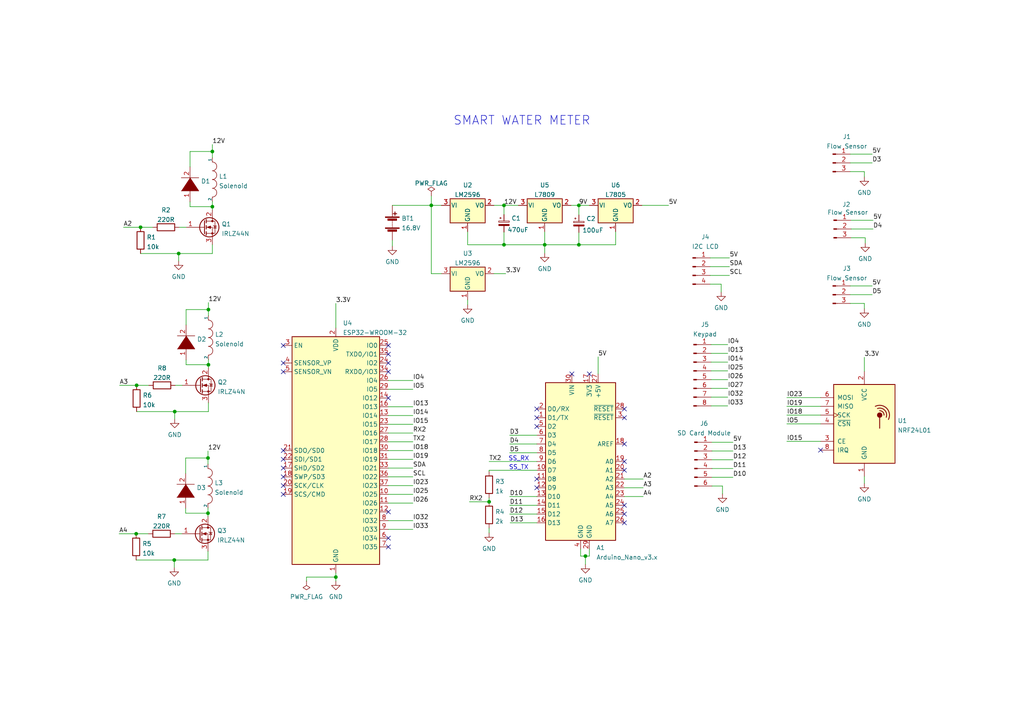
<source format=kicad_sch>
(kicad_sch (version 20211123) (generator eeschema)
  (paper "A4")
  (lib_symbols
    (symbol "Connector:Conn_01x03_Male" (pin_names (offset 1.016) hide)
      (property "Reference" "J" (at 0 5.08 0))
      (property "Value" "Conn_01x03_Male" (at 0 -5.08 0))
      (symbol "Conn_01x03_Male_1_1"
        (polyline (pts (xy 1.27 -2.54) (xy 0.8636 -2.54)) (stroke (width 0.1524)))
        (polyline (pts (xy 1.27 0) (xy 0.8636 0)) (stroke (width 0.1524)))
        (polyline (pts (xy 1.27 2.54) (xy 0.8636 2.54)) (stroke (width 0.1524)))
        (rectangle (start 0.8636 -2.413) (end 0 -2.667) (stroke (width 0.1524)) (fill (type outline)))
        (rectangle (start 0.8636 0.127) (end 0 -0.127) (stroke (width 0.1524)) (fill (type outline)))
        (rectangle (start 0.8636 2.667) (end 0 2.413) (stroke (width 0.1524)) (fill (type outline)))
        (pin passive line (at 5.08 2.54 180) (length 3.81) (name "Pin_1") (number "1"))
        (pin passive line (at 5.08 0 180) (length 3.81) (name "Pin_2") (number "2"))
        (pin passive line (at 5.08 -2.54 180) (length 3.81) (name "Pin_3") (number "3"))
      )
    )
    (symbol "Connector:Conn_01x04_Male" (pin_names (offset 1.016) hide)
      (property "Reference" "J" (at 0 5.08 0))
      (property "Value" "Conn_01x04_Male" (at 0 -7.62 0))
      (symbol "Conn_01x04_Male_1_1"
        (polyline (pts (xy 1.27 -5.08) (xy 0.8636 -5.08)) (stroke (width 0.1524)))
        (polyline (pts (xy 1.27 -2.54) (xy 0.8636 -2.54)) (stroke (width 0.1524)))
        (polyline (pts (xy 1.27 0) (xy 0.8636 0)) (stroke (width 0.1524)))
        (polyline (pts (xy 1.27 2.54) (xy 0.8636 2.54)) (stroke (width 0.1524)))
        (rectangle (start 0.8636 -4.953) (end 0 -5.207) (stroke (width 0.1524)) (fill (type outline)))
        (rectangle (start 0.8636 -2.413) (end 0 -2.667) (stroke (width 0.1524)) (fill (type outline)))
        (rectangle (start 0.8636 0.127) (end 0 -0.127) (stroke (width 0.1524)) (fill (type outline)))
        (rectangle (start 0.8636 2.667) (end 0 2.413) (stroke (width 0.1524)) (fill (type outline)))
        (pin passive line (at 5.08 2.54 180) (length 3.81) (name "Pin_1") (number "1"))
        (pin passive line (at 5.08 0 180) (length 3.81) (name "Pin_2") (number "2"))
        (pin passive line (at 5.08 -2.54 180) (length 3.81) (name "Pin_3") (number "3"))
        (pin passive line (at 5.08 -5.08 180) (length 3.81) (name "Pin_4") (number "4"))
      )
    )
    (symbol "Connector:Conn_01x06_Male" (pin_names (offset 1.016) hide)
      (property "Reference" "J" (at 0 7.62 0))
      (property "Value" "Conn_01x06_Male" (at 0 -10.16 0))
      (symbol "Conn_01x06_Male_1_1"
        (polyline (pts (xy 1.27 -7.62) (xy 0.8636 -7.62)) (stroke (width 0.1524)))
        (polyline (pts (xy 1.27 -5.08) (xy 0.8636 -5.08)) (stroke (width 0.1524)))
        (polyline (pts (xy 1.27 -2.54) (xy 0.8636 -2.54)) (stroke (width 0.1524)))
        (polyline (pts (xy 1.27 0) (xy 0.8636 0)) (stroke (width 0.1524)))
        (polyline (pts (xy 1.27 2.54) (xy 0.8636 2.54)) (stroke (width 0.1524)))
        (polyline (pts (xy 1.27 5.08) (xy 0.8636 5.08)) (stroke (width 0.1524)))
        (rectangle (start 0.8636 -7.493) (end 0 -7.747) (stroke (width 0.1524)) (fill (type outline)))
        (rectangle (start 0.8636 -4.953) (end 0 -5.207) (stroke (width 0.1524)) (fill (type outline)))
        (rectangle (start 0.8636 -2.413) (end 0 -2.667) (stroke (width 0.1524)) (fill (type outline)))
        (rectangle (start 0.8636 0.127) (end 0 -0.127) (stroke (width 0.1524)) (fill (type outline)))
        (rectangle (start 0.8636 2.667) (end 0 2.413) (stroke (width 0.1524)) (fill (type outline)))
        (rectangle (start 0.8636 5.207) (end 0 4.953) (stroke (width 0.1524)) (fill (type outline)))
        (pin passive line (at 5.08 5.08 180) (length 3.81) (name "Pin_1") (number "1"))
        (pin passive line (at 5.08 2.54 180) (length 3.81) (name "Pin_2") (number "2"))
        (pin passive line (at 5.08 0 180) (length 3.81) (name "Pin_3") (number "3"))
        (pin passive line (at 5.08 -2.54 180) (length 3.81) (name "Pin_4") (number "4"))
        (pin passive line (at 5.08 -5.08 180) (length 3.81) (name "Pin_5") (number "5"))
        (pin passive line (at 5.08 -7.62 180) (length 3.81) (name "Pin_6") (number "6"))
      )
    )
    (symbol "Connector:Conn_01x08_Male" (pin_names (offset 1.016) hide)
      (property "Reference" "J" (at 0 10.16 0))
      (property "Value" "Conn_01x08_Male" (at 0 -12.7 0))
      (symbol "Conn_01x08_Male_1_1"
        (polyline (pts (xy 1.27 -10.16) (xy 0.8636 -10.16)) (stroke (width 0.1524)))
        (polyline (pts (xy 1.27 -7.62) (xy 0.8636 -7.62)) (stroke (width 0.1524)))
        (polyline (pts (xy 1.27 -5.08) (xy 0.8636 -5.08)) (stroke (width 0.1524)))
        (polyline (pts (xy 1.27 -2.54) (xy 0.8636 -2.54)) (stroke (width 0.1524)))
        (polyline (pts (xy 1.27 0) (xy 0.8636 0)) (stroke (width 0.1524)))
        (polyline (pts (xy 1.27 2.54) (xy 0.8636 2.54)) (stroke (width 0.1524)))
        (polyline (pts (xy 1.27 5.08) (xy 0.8636 5.08)) (stroke (width 0.1524)))
        (polyline (pts (xy 1.27 7.62) (xy 0.8636 7.62)) (stroke (width 0.1524)))
        (rectangle (start 0.8636 -10.033) (end 0 -10.287) (stroke (width 0.1524)) (fill (type outline)))
        (rectangle (start 0.8636 -7.493) (end 0 -7.747) (stroke (width 0.1524)) (fill (type outline)))
        (rectangle (start 0.8636 -4.953) (end 0 -5.207) (stroke (width 0.1524)) (fill (type outline)))
        (rectangle (start 0.8636 -2.413) (end 0 -2.667) (stroke (width 0.1524)) (fill (type outline)))
        (rectangle (start 0.8636 0.127) (end 0 -0.127) (stroke (width 0.1524)) (fill (type outline)))
        (rectangle (start 0.8636 2.667) (end 0 2.413) (stroke (width 0.1524)) (fill (type outline)))
        (rectangle (start 0.8636 5.207) (end 0 4.953) (stroke (width 0.1524)) (fill (type outline)))
        (rectangle (start 0.8636 7.747) (end 0 7.493) (stroke (width 0.1524)) (fill (type outline)))
        (pin passive line (at 5.08 7.62 180) (length 3.81) (name "Pin_1") (number "1"))
        (pin passive line (at 5.08 5.08 180) (length 3.81) (name "Pin_2") (number "2"))
        (pin passive line (at 5.08 2.54 180) (length 3.81) (name "Pin_3") (number "3"))
        (pin passive line (at 5.08 0 180) (length 3.81) (name "Pin_4") (number "4"))
        (pin passive line (at 5.08 -2.54 180) (length 3.81) (name "Pin_5") (number "5"))
        (pin passive line (at 5.08 -5.08 180) (length 3.81) (name "Pin_6") (number "6"))
        (pin passive line (at 5.08 -7.62 180) (length 3.81) (name "Pin_7") (number "7"))
        (pin passive line (at 5.08 -10.16 180) (length 3.81) (name "Pin_8") (number "8"))
      )
    )
    (symbol "Device:Battery" (pin_numbers hide) (pin_names (offset 0) hide)
      (property "Reference" "BT" (at 2.54 2.54 0))
      (property "Value" "Battery" (at 2.54 0 0))
      (symbol "Battery_0_1"
        (rectangle (start -2.032 -1.397) (end 2.032 -1.651) (fill (type outline)))
        (rectangle (start -2.032 1.778) (end 2.032 1.524) (fill (type outline)))
        (rectangle (start -1.3208 -1.9812) (end 1.27 -2.4892) (fill (type outline)))
        (rectangle (start -1.3208 1.1938) (end 1.27 0.6858) (fill (type outline)))
        (polyline (pts (xy 0 -1.524) (xy 0 -1.27)))
        (polyline (pts (xy 0 -1.016) (xy 0 -0.762)))
        (polyline (pts (xy 0 -0.508) (xy 0 -0.254)))
        (polyline (pts (xy 0 0) (xy 0 0.254)))
        (polyline (pts (xy 0 0.508) (xy 0 0.762)))
        (polyline (pts (xy 0 1.778) (xy 0 2.54)))
        (polyline (pts (xy 0.254 2.667) (xy 1.27 2.667)) (stroke (width 0.254)))
        (polyline (pts (xy 0.762 3.175) (xy 0.762 2.159)) (stroke (width 0.254)))
      )
      (symbol "Battery_1_1"
        (pin passive line (at 0 5.08 270) (length 2.54) (name "+") (number "1"))
        (pin passive line (at 0 -5.08 90) (length 2.54) (name "-") (number "2"))
      )
    )
    (symbol "Device:C_Polarized_Small" (pin_numbers hide) (pin_names (offset 0.254) hide)
      (property "Reference" "C" (at 0.254 1.778 0))
      (property "Value" "C_Polarized_Small" (at 0.254 -2.032 0))
      (symbol "C_Polarized_Small_0_1"
        (rectangle (start -1.524 -0.3048) (end 1.524 -0.6858) (fill (type outline)))
        (rectangle (start -1.524 0.6858) (end 1.524 0.3048))
        (polyline (pts (xy -1.27 1.524) (xy -0.762 1.524)))
        (polyline (pts (xy -1.016 1.27) (xy -1.016 1.778)))
      )
      (symbol "C_Polarized_Small_1_1"
        (pin passive line (at 0 2.54 270) (length 1.8542) (name "~") (number "1"))
        (pin passive line (at 0 -2.54 90) (length 1.8542) (name "~") (number "2"))
      )
    )
    (symbol "Device:R" (pin_numbers hide) (pin_names (offset 0))
      (property "Reference" "R" (at 2.032 0 90))
      (property "Value" "R" (at 0 0 90))
      (symbol "R_0_1"
        (rectangle (start -1.016 -2.54) (end 1.016 2.54) (stroke (width 0.254)))
      )
      (symbol "R_1_1"
        (pin passive line (at 0 3.81 270) (length 1.27) (name "~") (number "1"))
        (pin passive line (at 0 -3.81 90) (length 1.27) (name "~") (number "2"))
      )
    )
    (symbol "MCU_Module:Arduino_Nano_v3.x"
      (property "Reference" "A" (at -10.16 23.495 0))
      (property "Value" "Arduino_Nano_v3.x" (at 5.08 -24.13 0))
      (symbol "Arduino_Nano_v3.x_0_1"
        (rectangle (start -10.16 22.86) (end 10.16 -22.86) (stroke (width 0.254)) (fill (type background)))
      )
      (symbol "Arduino_Nano_v3.x_1_1"
        (pin bidirectional line (at -12.7 12.7 0) (length 2.54) (name "D1/TX") (number "1"))
        (pin bidirectional line (at -12.7 -2.54 0) (length 2.54) (name "D7") (number "10"))
        (pin bidirectional line (at -12.7 -5.08 0) (length 2.54) (name "D8") (number "11"))
        (pin bidirectional line (at -12.7 -7.62 0) (length 2.54) (name "D9") (number "12"))
        (pin bidirectional line (at -12.7 -10.16 0) (length 2.54) (name "D10") (number "13"))
        (pin bidirectional line (at -12.7 -12.7 0) (length 2.54) (name "D11") (number "14"))
        (pin bidirectional line (at -12.7 -15.24 0) (length 2.54) (name "D12") (number "15"))
        (pin bidirectional line (at -12.7 -17.78 0) (length 2.54) (name "D13") (number "16"))
        (pin power_out line (at 2.54 25.4 270) (length 2.54) (name "3V3") (number "17"))
        (pin input line (at 12.7 5.08 180) (length 2.54) (name "AREF") (number "18"))
        (pin bidirectional line (at 12.7 0 180) (length 2.54) (name "A0") (number "19"))
        (pin bidirectional line (at -12.7 15.24 0) (length 2.54) (name "D0/RX") (number "2"))
        (pin bidirectional line (at 12.7 -2.54 180) (length 2.54) (name "A1") (number "20"))
        (pin bidirectional line (at 12.7 -5.08 180) (length 2.54) (name "A2") (number "21"))
        (pin bidirectional line (at 12.7 -7.62 180) (length 2.54) (name "A3") (number "22"))
        (pin bidirectional line (at 12.7 -10.16 180) (length 2.54) (name "A4") (number "23"))
        (pin bidirectional line (at 12.7 -12.7 180) (length 2.54) (name "A5") (number "24"))
        (pin bidirectional line (at 12.7 -15.24 180) (length 2.54) (name "A6") (number "25"))
        (pin bidirectional line (at 12.7 -17.78 180) (length 2.54) (name "A7") (number "26"))
        (pin power_out line (at 5.08 25.4 270) (length 2.54) (name "+5V") (number "27"))
        (pin input line (at 12.7 15.24 180) (length 2.54) (name "~{RESET}") (number "28"))
        (pin power_in line (at 2.54 -25.4 90) (length 2.54) (name "GND") (number "29"))
        (pin input line (at 12.7 12.7 180) (length 2.54) (name "~{RESET}") (number "3"))
        (pin power_in line (at -2.54 25.4 270) (length 2.54) (name "VIN") (number "30"))
        (pin power_in line (at 0 -25.4 90) (length 2.54) (name "GND") (number "4"))
        (pin bidirectional line (at -12.7 10.16 0) (length 2.54) (name "D2") (number "5"))
        (pin bidirectional line (at -12.7 7.62 0) (length 2.54) (name "D3") (number "6"))
        (pin bidirectional line (at -12.7 5.08 0) (length 2.54) (name "D4") (number "7"))
        (pin bidirectional line (at -12.7 2.54 0) (length 2.54) (name "D5") (number "8"))
        (pin bidirectional line (at -12.7 0 0) (length 2.54) (name "D6") (number "9"))
      )
    )
    (symbol "RF:NRF24L01_Breakout" (pin_names (offset 1.016))
      (property "Reference" "U" (at -8.89 12.7 0))
      (property "Value" "NRF24L01_Breakout" (at 3.81 12.7 0))
      (symbol "NRF24L01_Breakout_0_1"
        (rectangle (start -8.89 11.43) (end 8.89 -11.43) (stroke (width 0.254)) (fill (type background)))
        (polyline (pts (xy 4.445 1.905) (xy 4.445 -1.27)) (stroke (width 0.254)))
        (circle (center 4.445 2.54) (radius 0.635) (stroke (width 0.254)) (fill (type outline)))
        (arc (start 5.715 2.54) (mid 5.3559 3.4509) (end 4.445 3.81) (stroke (width 0.254)))
        (arc (start 6.35 1.905) (mid 5.8833 3.9783) (end 3.81 4.445) (stroke (width 0.254)))
        (arc (start 6.985 1.27) (mid 6.453 4.548) (end 3.175 5.08) (stroke (width 0.254)))
      )
      (symbol "NRF24L01_Breakout_1_1"
        (pin power_in line (at 0 -15.24 90) (length 3.81) (name "GND") (number "1"))
        (pin power_in line (at 0 15.24 270) (length 3.81) (name "VCC") (number "2"))
        (pin input line (at -12.7 -5.08 0) (length 3.81) (name "CE") (number "3"))
        (pin input line (at -12.7 0 0) (length 3.81) (name "~{CSN}") (number "4"))
        (pin input clock (at -12.7 2.54 0) (length 3.81) (name "SCK") (number "5"))
        (pin input line (at -12.7 7.62 0) (length 3.81) (name "MOSI") (number "6"))
        (pin output line (at -12.7 5.08 0) (length 3.81) (name "MISO") (number "7"))
        (pin output line (at -12.7 -7.62 0) (length 3.81) (name "IRQ") (number "8"))
      )
    )
    (symbol "RF_Module:ESP32-WROOM-32"
      (property "Reference" "U" (at -12.7 34.29 0))
      (property "Value" "ESP32-WROOM-32" (at 1.27 34.29 0))
      (symbol "ESP32-WROOM-32_0_1"
        (rectangle (start -12.7 33.02) (end 12.7 -33.02) (stroke (width 0.254)) (fill (type background)))
      )
      (symbol "ESP32-WROOM-32_1_1"
        (pin power_in line (at 0 -35.56 90) (length 2.54) (name "GND") (number "1"))
        (pin bidirectional line (at 15.24 -12.7 180) (length 2.54) (name "IO25") (number "10"))
        (pin bidirectional line (at 15.24 -15.24 180) (length 2.54) (name "IO26") (number "11"))
        (pin bidirectional line (at 15.24 -17.78 180) (length 2.54) (name "IO27") (number "12"))
        (pin bidirectional line (at 15.24 10.16 180) (length 2.54) (name "IO14") (number "13"))
        (pin bidirectional line (at 15.24 15.24 180) (length 2.54) (name "IO12") (number "14"))
        (pin passive line (at 0 -35.56 90) (length 2.54) hide (name "GND") (number "15"))
        (pin bidirectional line (at 15.24 12.7 180) (length 2.54) (name "IO13") (number "16"))
        (pin bidirectional line (at -15.24 -5.08 0) (length 2.54) (name "SHD/SD2") (number "17"))
        (pin bidirectional line (at -15.24 -7.62 0) (length 2.54) (name "SWP/SD3") (number "18"))
        (pin bidirectional line (at -15.24 -12.7 0) (length 2.54) (name "SCS/CMD") (number "19"))
        (pin power_in line (at 0 35.56 270) (length 2.54) (name "VDD") (number "2"))
        (pin bidirectional line (at -15.24 -10.16 0) (length 2.54) (name "SCK/CLK") (number "20"))
        (pin bidirectional line (at -15.24 0 0) (length 2.54) (name "SDO/SD0") (number "21"))
        (pin bidirectional line (at -15.24 -2.54 0) (length 2.54) (name "SDI/SD1") (number "22"))
        (pin bidirectional line (at 15.24 7.62 180) (length 2.54) (name "IO15") (number "23"))
        (pin bidirectional line (at 15.24 25.4 180) (length 2.54) (name "IO2") (number "24"))
        (pin bidirectional line (at 15.24 30.48 180) (length 2.54) (name "IO0") (number "25"))
        (pin bidirectional line (at 15.24 20.32 180) (length 2.54) (name "IO4") (number "26"))
        (pin bidirectional line (at 15.24 5.08 180) (length 2.54) (name "IO16") (number "27"))
        (pin bidirectional line (at 15.24 2.54 180) (length 2.54) (name "IO17") (number "28"))
        (pin bidirectional line (at 15.24 17.78 180) (length 2.54) (name "IO5") (number "29"))
        (pin input line (at -15.24 30.48 0) (length 2.54) (name "EN") (number "3"))
        (pin bidirectional line (at 15.24 0 180) (length 2.54) (name "IO18") (number "30"))
        (pin bidirectional line (at 15.24 -2.54 180) (length 2.54) (name "IO19") (number "31"))
        (pin no_connect line (at -12.7 -27.94 0) (length 2.54) hide (name "NC") (number "32"))
        (pin bidirectional line (at 15.24 -5.08 180) (length 2.54) (name "IO21") (number "33"))
        (pin bidirectional line (at 15.24 22.86 180) (length 2.54) (name "RXD0/IO3") (number "34"))
        (pin bidirectional line (at 15.24 27.94 180) (length 2.54) (name "TXD0/IO1") (number "35"))
        (pin bidirectional line (at 15.24 -7.62 180) (length 2.54) (name "IO22") (number "36"))
        (pin bidirectional line (at 15.24 -10.16 180) (length 2.54) (name "IO23") (number "37"))
        (pin passive line (at 0 -35.56 90) (length 2.54) hide (name "GND") (number "38"))
        (pin passive line (at 0 -35.56 90) (length 2.54) hide (name "GND") (number "39"))
        (pin input line (at -15.24 25.4 0) (length 2.54) (name "SENSOR_VP") (number "4"))
        (pin input line (at -15.24 22.86 0) (length 2.54) (name "SENSOR_VN") (number "5"))
        (pin input line (at 15.24 -25.4 180) (length 2.54) (name "IO34") (number "6"))
        (pin input line (at 15.24 -27.94 180) (length 2.54) (name "IO35") (number "7"))
        (pin bidirectional line (at 15.24 -20.32 180) (length 2.54) (name "IO32") (number "8"))
        (pin bidirectional line (at 15.24 -22.86 180) (length 2.54) (name "IO33") (number "9"))
      )
    )
    (symbol "Regulator_Linear:LM1117-3.3" (pin_names (offset 0.254))
      (property "Reference" "U" (at -3.81 3.175 0))
      (property "Value" "LM1117-3.3" (at 0 3.175 0))
      (symbol "LM1117-3.3_0_1"
        (rectangle (start -5.08 -5.08) (end 5.08 1.905) (stroke (width 0.254)) (fill (type background)))
      )
      (symbol "LM1117-3.3_1_1"
        (pin power_in line (at 0 -7.62 90) (length 2.54) (name "GND") (number "1"))
        (pin power_out line (at 7.62 0 180) (length 2.54) (name "VO") (number "2"))
        (pin power_in line (at -7.62 0 0) (length 2.54) (name "VI") (number "3"))
      )
    )
    (symbol "Transistor_FET:IRLZ44N" (pin_names hide)
      (property "Reference" "Q" (at 6.35 1.905 0))
      (property "Value" "IRLZ44N" (at 6.35 0 0))
      (symbol "IRLZ44N_0_1"
        (polyline (pts (xy 0.254 0) (xy -2.54 0)))
        (polyline (pts (xy 0.254 1.905) (xy 0.254 -1.905)) (stroke (width 0.254)))
        (polyline (pts (xy 0.762 -1.27) (xy 0.762 -2.286)) (stroke (width 0.254)))
        (polyline (pts (xy 0.762 0.508) (xy 0.762 -0.508)) (stroke (width 0.254)))
        (polyline (pts (xy 0.762 2.286) (xy 0.762 1.27)) (stroke (width 0.254)))
        (polyline (pts (xy 2.54 2.54) (xy 2.54 1.778)))
        (polyline (pts (xy 2.54 -2.54) (xy 2.54 0) (xy 0.762 0)))
        (polyline (pts (xy 0.762 -1.778) (xy 3.302 -1.778) (xy 3.302 1.778) (xy 0.762 1.778)))
        (polyline (pts (xy 1.016 0) (xy 2.032 0.381) (xy 2.032 -0.381) (xy 1.016 0)) (fill (type outline)))
        (polyline (pts (xy 2.794 0.508) (xy 2.921 0.381) (xy 3.683 0.381) (xy 3.81 0.254)))
        (polyline (pts (xy 3.302 0.381) (xy 2.921 -0.254) (xy 3.683 -0.254) (xy 3.302 0.381)))
        (circle (center 1.651 0) (radius 2.794) (stroke (width 0.254)))
        (circle (center 2.54 -1.778) (radius 0.254) (fill (type outline)))
        (circle (center 2.54 1.778) (radius 0.254) (fill (type outline)))
      )
      (symbol "IRLZ44N_1_1"
        (pin input line (at -5.08 0 0) (length 2.54) (name "G") (number "1"))
        (pin passive line (at 2.54 5.08 270) (length 2.54) (name "D") (number "2"))
        (pin passive line (at 2.54 -5.08 90) (length 2.54) (name "S") (number "3"))
      )
    )
    (symbol "power:GND" (power) (pin_names (offset 0))
      (property "Value" "GND" (at 0 -3.81 0))
      (symbol "GND_0_1"
        (polyline (pts (xy 0 0) (xy 0 -1.27) (xy 1.27 -1.27) (xy 0 -2.54) (xy -1.27 -1.27) (xy 0 -1.27)))
      )
      (symbol "GND_1_1"
        (pin power_in line (at 0 0 270) (length 0) hide (name "GND") (number "1"))
      )
    )
    (symbol "power:PWR_FLAG" (power) (pin_numbers hide) (pin_names (offset 0) hide)
      (property "Value" "PWR_FLAG" (at 0 3.81 0))
      (symbol "PWR_FLAG_0_0"
        (pin power_out line (at 0 0 90) (length 0) (name "pwr") (number "1"))
      )
      (symbol "PWR_FLAG_0_1"
        (polyline (pts (xy 0 0) (xy 0 1.27) (xy -1.016 1.905) (xy 0 2.54) (xy 1.016 1.905) (xy 0 1.27)))
      )
    )
    (symbol "pspice:DIODE" (pin_names (offset 1.016) hide)
      (property "Reference" "D" (at 0 3.81 0))
      (property "Value" "DIODE" (at 0 -4.445 0))
      (symbol "DIODE_0_1"
        (polyline (pts (xy 1.905 2.54) (xy 1.905 -2.54)))
        (polyline (pts (xy -1.905 2.54) (xy -1.905 -2.54) (xy 1.905 0)) (fill (type outline)))
      )
      (symbol "DIODE_1_1"
        (pin input line (at -5.08 0 0) (length 3.81) (name "K") (number "1"))
        (pin input line (at 5.08 0 180) (length 3.81) (name "A") (number "2"))
      )
    )
    (symbol "pspice:INDUCTOR" (pin_numbers hide) (pin_names (offset 0))
      (property "Reference" "L" (at 0 2.54 0))
      (property "Value" "INDUCTOR" (at 0 -1.27 0))
      (symbol "INDUCTOR_0_1"
        (arc (start -2.54 0) (mid -3.81 1.27) (end -5.08 0))
        (arc (start 0 0) (mid -1.27 1.27) (end -2.54 0))
        (arc (start 2.54 0) (mid 1.27 1.27) (end 0 0))
        (arc (start 5.08 0) (mid 3.81 1.27) (end 2.54 0))
      )
      (symbol "INDUCTOR_1_1"
        (pin input line (at -6.35 0 0) (length 1.27) (name "1") (number "1"))
        (pin input line (at 6.35 0 180) (length 1.27) (name "2") (number "2"))
      )
    )
  )
  (junction (at 167.894 59.563))
  (junction (at 60.325 132.842))
  (junction (at 60.325 148.844))
  (junction (at 50.673 119.38))
  (junction (at 169.799 161.29))
  (junction (at 50.546 162.433))
  (junction (at 60.452 89.789))
  (junction (at 125.095 59.563))
  (junction (at 97.409 167.386))
  (junction (at 167.894 70.993))
  (junction (at 61.595 59.944))
  (junction (at 157.988 70.993))
  (junction (at 51.816 73.533))
  (junction (at 40.767 65.913))
  (junction (at 60.452 105.791))
  (junction (at 61.595 43.942))
  (junction (at 146.177 70.993))
  (junction (at 141.859 145.542))
  (junction (at 39.497 154.813))
  (junction (at 146.177 59.563))
  (junction (at 39.624 111.76))
  (no_connect (at 155.702 123.698))
  (no_connect (at 155.702 118.618))
  (no_connect (at 155.702 121.158))
  (no_connect (at 82.169 107.823))
  (no_connect (at 82.169 105.283))
  (no_connect (at 82.169 140.843))
  (no_connect (at 82.169 138.303))
  (no_connect (at 82.169 135.763))
  (no_connect (at 82.169 133.223))
  (no_connect (at 82.169 130.683))
  (no_connect (at 112.649 158.623))
  (no_connect (at 112.649 156.083))
  (no_connect (at 112.649 148.463))
  (no_connect (at 82.169 143.383))
  (no_connect (at 82.169 100.203))
  (no_connect (at 155.702 141.478))
  (no_connect (at 155.702 138.938))
  (no_connect (at 181.102 121.158))
  (no_connect (at 181.102 128.778))
  (no_connect (at 181.102 118.618))
  (no_connect (at 165.862 108.458))
  (no_connect (at 237.998 130.556))
  (no_connect (at 170.942 108.458))
  (no_connect (at 112.649 115.443))
  (no_connect (at 112.649 107.823))
  (no_connect (at 112.649 102.743))
  (no_connect (at 112.649 105.283))
  (no_connect (at 112.649 100.203))
  (no_connect (at 181.102 136.398))
  (no_connect (at 181.102 133.858))
  (no_connect (at 181.102 149.098))
  (no_connect (at 181.102 151.638))
  (no_connect (at 181.102 146.558))
  (wire (pts (xy 112.649 110.363) (xy 119.761 110.363)))
  (wire (pts (xy 53.975 105.791) (xy 60.452 105.791)))
  (wire (pts (xy 50.8 111.76) (xy 52.832 111.76)))
  (wire (pts (xy 206.248 105.029) (xy 211.074 105.029)))
  (wire (pts (xy 34.544 154.813) (xy 39.497 154.813)))
  (wire (pts (xy 60.325 132.842) (xy 60.325 134.62)))
  (wire (pts (xy 53.848 147.447) (xy 53.848 148.844)))
  (wire (pts (xy 146.177 67.31) (xy 146.177 70.993)))
  (wire (pts (xy 246.888 63.881) (xy 253.238 63.881)))
  (wire (pts (xy 35.814 65.913) (xy 40.767 65.913)))
  (wire (pts (xy 53.848 132.842) (xy 60.325 132.842)))
  (wire (pts (xy 60.452 104.267) (xy 60.452 105.791)))
  (wire (pts (xy 165.608 59.563) (xy 167.894 59.563)))
  (wire (pts (xy 181.102 144.018) (xy 186.563 144.018)))
  (wire (pts (xy 51.816 73.533) (xy 61.595 73.533)))
  (wire (pts (xy 246.634 88.011) (xy 250.698 88.011)))
  (wire (pts (xy 50.546 162.433) (xy 60.325 162.433)))
  (wire (pts (xy 112.649 133.223) (xy 119.761 133.223)))
  (wire (pts (xy 147.828 128.778) (xy 155.702 128.778)))
  (wire (pts (xy 228.219 117.856) (xy 237.998 117.856)))
  (wire (pts (xy 181.102 138.938) (xy 186.563 138.938)))
  (wire (pts (xy 61.595 43.942) (xy 61.595 45.72)))
  (wire (pts (xy 112.649 143.383) (xy 119.761 143.383)))
  (wire (pts (xy 206.502 138.43) (xy 212.598 138.43)))
  (wire (pts (xy 157.988 70.993) (xy 167.894 70.993)))
  (wire (pts (xy 206.248 117.729) (xy 211.074 117.729)))
  (wire (pts (xy 206.248 102.489) (xy 211.074 102.489)))
  (wire (pts (xy 112.649 130.683) (xy 119.761 130.683)))
  (wire (pts (xy 206.502 133.35) (xy 212.598 133.35)))
  (wire (pts (xy 112.649 138.303) (xy 119.761 138.303)))
  (wire (pts (xy 147.828 144.018) (xy 155.702 144.018)))
  (wire (pts (xy 167.894 59.563) (xy 170.942 59.563)))
  (wire (pts (xy 39.624 119.38) (xy 50.673 119.38)))
  (wire (pts (xy 246.634 44.704) (xy 252.984 44.704)))
  (wire (pts (xy 206.248 110.109) (xy 211.074 110.109)))
  (wire (pts (xy 112.649 117.983) (xy 119.761 117.983)))
  (wire (pts (xy 146.177 70.993) (xy 157.988 70.993)))
  (wire (pts (xy 209.169 82.423) (xy 209.169 84.709)))
  (wire (pts (xy 39.624 111.76) (xy 43.18 111.76)))
  (wire (pts (xy 206.502 128.27) (xy 212.598 128.27)))
  (wire (pts (xy 228.219 122.936) (xy 237.998 122.936)))
  (wire (pts (xy 206.248 99.949) (xy 211.074 99.949)))
  (wire (pts (xy 147.828 126.238) (xy 155.702 126.238)))
  (wire (pts (xy 55.118 48.387) (xy 55.118 43.942)))
  (wire (pts (xy 39.497 154.813) (xy 43.053 154.813)))
  (wire (pts (xy 112.649 125.603) (xy 119.761 125.603)))
  (wire (pts (xy 246.888 66.421) (xy 253.238 66.421)))
  (wire (pts (xy 112.649 120.523) (xy 119.761 120.523)))
  (wire (pts (xy 50.673 119.38) (xy 60.452 119.38)))
  (wire (pts (xy 147.955 151.638) (xy 155.702 151.638)))
  (wire (pts (xy 250.952 68.961) (xy 250.952 70.485)))
  (wire (pts (xy 147.828 149.098) (xy 155.702 149.098)))
  (wire (pts (xy 60.325 147.32) (xy 60.325 148.844)))
  (wire (pts (xy 135.636 70.993) (xy 146.177 70.993)))
  (wire (pts (xy 97.409 166.243) (xy 97.409 167.386)))
  (wire (pts (xy 88.9 167.386) (xy 97.409 167.386)))
  (wire (pts (xy 141.859 133.858) (xy 155.702 133.858)))
  (wire (pts (xy 141.859 144.399) (xy 141.859 145.542)))
  (wire (pts (xy 61.595 58.42) (xy 61.595 59.944)))
  (wire (pts (xy 50.546 162.433) (xy 50.546 164.592)))
  (wire (pts (xy 143.256 79.375) (xy 146.685 79.375)))
  (wire (pts (xy 61.595 59.944) (xy 61.595 60.833)))
  (wire (pts (xy 147.828 146.558) (xy 155.702 146.558)))
  (wire (pts (xy 55.118 43.942) (xy 61.595 43.942)))
  (wire (pts (xy 206.502 130.81) (xy 212.598 130.81)))
  (wire (pts (xy 55.118 59.944) (xy 61.595 59.944)))
  (wire (pts (xy 250.698 103.632) (xy 250.698 107.696)))
  (wire (pts (xy 246.634 47.244) (xy 252.984 47.244)))
  (wire (pts (xy 246.634 85.471) (xy 252.984 85.471)))
  (wire (pts (xy 55.118 58.547) (xy 55.118 59.944)))
  (wire (pts (xy 112.649 123.063) (xy 119.761 123.063)))
  (wire (pts (xy 88.9 168.529) (xy 88.9 167.386)))
  (wire (pts (xy 112.649 153.543) (xy 119.761 153.543)))
  (wire (pts (xy 228.219 115.316) (xy 237.998 115.316)))
  (wire (pts (xy 206.248 107.569) (xy 211.074 107.569)))
  (wire (pts (xy 141.859 153.162) (xy 141.859 154.559)))
  (wire (pts (xy 168.402 161.29) (xy 169.799 161.29)))
  (wire (pts (xy 51.816 73.533) (xy 51.816 75.692)))
  (wire (pts (xy 128.016 79.375) (xy 125.095 79.375)))
  (wire (pts (xy 51.943 65.913) (xy 53.975 65.913)))
  (wire (pts (xy 40.767 65.913) (xy 44.323 65.913)))
  (wire (pts (xy 112.649 145.923) (xy 119.761 145.923)))
  (wire (pts (xy 125.095 79.375) (xy 125.095 59.563)))
  (wire (pts (xy 250.698 49.784) (xy 250.698 51.308)))
  (wire (pts (xy 228.219 128.016) (xy 237.998 128.016)))
  (wire (pts (xy 60.452 105.791) (xy 60.452 106.68)))
  (wire (pts (xy 60.325 148.844) (xy 60.325 149.733)))
  (wire (pts (xy 112.649 135.763) (xy 119.761 135.763)))
  (wire (pts (xy 250.698 88.011) (xy 250.698 89.535)))
  (wire (pts (xy 50.673 154.813) (xy 52.705 154.813)))
  (wire (pts (xy 206.502 135.89) (xy 212.598 135.89)))
  (wire (pts (xy 178.562 70.993) (xy 178.562 67.183)))
  (wire (pts (xy 135.636 67.183) (xy 135.636 70.993)))
  (wire (pts (xy 40.767 73.533) (xy 51.816 73.533)))
  (wire (pts (xy 60.452 116.84) (xy 60.452 119.38)))
  (wire (pts (xy 125.095 56.769) (xy 125.095 59.563)))
  (wire (pts (xy 168.402 159.258) (xy 168.402 161.29)))
  (wire (pts (xy 50.673 119.38) (xy 50.673 121.539)))
  (wire (pts (xy 60.325 159.893) (xy 60.325 162.433)))
  (wire (pts (xy 167.894 70.993) (xy 178.562 70.993)))
  (wire (pts (xy 113.792 59.563) (xy 125.095 59.563)))
  (wire (pts (xy 136.144 145.542) (xy 141.859 145.542)))
  (wire (pts (xy 246.634 49.784) (xy 250.698 49.784)))
  (wire (pts (xy 34.671 111.76) (xy 39.624 111.76)))
  (wire (pts (xy 246.634 82.931) (xy 252.984 82.931)))
  (wire (pts (xy 39.497 162.433) (xy 50.546 162.433)))
  (wire (pts (xy 246.888 68.961) (xy 250.952 68.961)))
  (wire (pts (xy 60.452 87.757) (xy 60.452 89.789)))
  (wire (pts (xy 147.828 131.318) (xy 155.702 131.318)))
  (wire (pts (xy 53.848 137.287) (xy 53.848 132.842)))
  (wire (pts (xy 113.792 69.723) (xy 113.792 71.374)))
  (wire (pts (xy 53.975 89.789) (xy 60.452 89.789)))
  (wire (pts (xy 205.994 77.343) (xy 211.582 77.343)))
  (wire (pts (xy 143.256 59.563) (xy 146.177 59.563)))
  (wire (pts (xy 209.55 140.97) (xy 209.55 143.256)))
  (wire (pts (xy 157.988 67.183) (xy 157.988 70.993)))
  (wire (pts (xy 112.649 112.903) (xy 119.761 112.903)))
  (wire (pts (xy 170.942 161.29) (xy 170.942 159.258)))
  (wire (pts (xy 61.595 70.993) (xy 61.595 73.533)))
  (wire (pts (xy 173.482 103.505) (xy 173.482 108.458)))
  (wire (pts (xy 205.994 82.423) (xy 209.169 82.423)))
  (wire (pts (xy 112.649 140.843) (xy 119.761 140.843)))
  (wire (pts (xy 206.248 112.649) (xy 211.074 112.649)))
  (wire (pts (xy 53.975 94.234) (xy 53.975 89.789)))
  (wire (pts (xy 205.994 79.883) (xy 211.582 79.883)))
  (wire (pts (xy 60.325 130.81) (xy 60.325 132.842)))
  (wire (pts (xy 146.177 59.563) (xy 150.368 59.563)))
  (wire (pts (xy 206.502 140.97) (xy 209.55 140.97)))
  (wire (pts (xy 135.636 86.995) (xy 135.636 88.392)))
  (wire (pts (xy 167.894 59.563) (xy 167.894 62.357)))
  (wire (pts (xy 60.452 89.789) (xy 60.452 91.567)))
  (wire (pts (xy 53.848 148.844) (xy 60.325 148.844)))
  (wire (pts (xy 181.102 141.478) (xy 186.563 141.478)))
  (wire (pts (xy 250.698 138.176) (xy 250.698 140.208)))
  (wire (pts (xy 53.975 104.394) (xy 53.975 105.791)))
  (wire (pts (xy 146.177 59.563) (xy 146.177 62.23)))
  (wire (pts (xy 167.894 67.437) (xy 167.894 70.993)))
  (wire (pts (xy 205.994 74.803) (xy 211.582 74.803)))
  (wire (pts (xy 141.859 136.398) (xy 155.702 136.398)))
  (wire (pts (xy 169.799 161.29) (xy 169.799 163.703)))
  (wire (pts (xy 228.219 120.396) (xy 237.998 120.396)))
  (wire (pts (xy 169.799 161.29) (xy 170.942 161.29)))
  (wire (pts (xy 97.409 167.386) (xy 97.409 168.529)))
  (wire (pts (xy 206.248 115.189) (xy 211.074 115.189)))
  (wire (pts (xy 141.859 136.779) (xy 141.859 136.398)))
  (wire (pts (xy 61.595 41.91) (xy 61.595 43.942)))
  (wire (pts (xy 97.409 88.011) (xy 97.409 95.123)))
  (wire (pts (xy 186.182 59.563) (xy 193.929 59.563)))
  (wire (pts (xy 112.649 128.143) (xy 119.761 128.143)))
  (wire (pts (xy 112.649 151.003) (xy 119.761 151.003)))
  (wire (pts (xy 157.988 73.406) (xy 157.988 70.993)))
  (wire (pts (xy 125.095 59.563) (xy 128.016 59.563)))
  (text "SS_RX" (at 147.447 133.858 0) (effects (font (size 1.27 1.27)) (justify left bottom)))
  (text "SS_TX" (at 147.574 136.398 0) (effects (font (size 1.27 1.27)) (justify left bottom)))
  (text "SMART WATER METER" (at 131.445 36.576 0) (effects (font (size 2.54 2.54)) (justify left bottom)))
  (label "IO19" (at 228.219 117.856 0))
  (label "3.3V" (at 97.409 88.011 0))
  (label "IO27" (at 211.074 112.649 0))
  (label "D3" (at 147.828 126.238 0))
  (label "IO15" (at 228.219 128.016 0))
  (label "D4" (at 147.828 128.778 0))
  (label "IO18" (at 119.761 130.683 0))
  (label "D12" (at 147.828 149.098 0))
  (label "RX2" (at 136.144 145.542 0))
  (label "3.3V" (at 250.698 103.632 0))
  (label "TX2" (at 119.761 128.143 0))
  (label "D5" (at 252.984 85.471 0))
  (label "IO33" (at 119.761 153.543 0))
  (label "IO25" (at 211.074 107.569 0))
  (label "5V" (at 211.582 74.803 0))
  (label "IO13" (at 211.074 102.489 0))
  (label "IO19" (at 119.761 133.223 0))
  (label "12V" (at 61.595 41.91 0))
  (label "D13" (at 147.955 151.638 0))
  (label "IO5" (at 119.761 112.903 0))
  (label "IO18" (at 228.219 120.396 0))
  (label "IO14" (at 211.074 105.029 0))
  (label "IO26" (at 119.761 145.923 0))
  (label "IO13" (at 119.761 117.983 0))
  (label "A4" (at 34.544 154.813 0))
  (label "D10" (at 147.828 144.018 0))
  (label "A3" (at 34.671 111.76 0))
  (label "IO4" (at 119.761 110.363 0))
  (label "D12" (at 212.598 133.35 0))
  (label "5V" (at 252.984 44.704 0))
  (label "5V" (at 193.929 59.563 0))
  (label "IO26" (at 211.074 110.109 0))
  (label "5V" (at 212.598 128.27 0))
  (label "D11" (at 212.598 135.89 0))
  (label "D5" (at 147.828 131.318 0))
  (label "5V" (at 253.238 63.881 0))
  (label "A2" (at 186.563 138.938 0))
  (label "TX2" (at 141.859 133.858 0))
  (label "D11" (at 147.828 146.558 0))
  (label "A4" (at 186.563 144.018 0))
  (label "D10" (at 212.598 138.43 0))
  (label "3.3V" (at 146.685 79.375 0))
  (label "IO23" (at 119.761 140.843 0))
  (label "SDA" (at 119.761 135.763 0))
  (label "IO32" (at 211.074 115.189 0))
  (label "IO25" (at 119.761 143.383 0))
  (label "IO14" (at 119.761 120.523 0))
  (label "D13" (at 212.598 130.81 0))
  (label "9V" (at 167.894 59.563 0))
  (label "SCL" (at 119.761 138.303 0))
  (label "IO23" (at 228.219 115.316 0))
  (label "IO32" (at 119.761 151.003 0))
  (label "IO5" (at 228.219 122.936 0))
  (label "IO33" (at 211.074 117.729 0))
  (label "5V" (at 173.482 103.505 0))
  (label "IO15" (at 119.761 123.063 0))
  (label "D4" (at 253.238 66.421 0))
  (label "RX2" (at 119.761 125.603 0))
  (label "12V" (at 146.177 59.563 0))
  (label "A3" (at 186.563 141.478 0))
  (label "SCL" (at 211.582 79.883 0))
  (label "SDA" (at 211.582 77.343 0))
  (label "D3" (at 252.984 47.244 0))
  (label "A2" (at 35.814 65.913 0))
  (label "5V" (at 252.984 82.931 0))
  (label "IO4" (at 211.074 99.949 0))
  (label "12V" (at 60.452 87.757 0))
  (label "12V" (at 60.325 130.81 0))
  (symbol (lib_id "power:GND") (at 250.698 89.535 0) (unit 1)
    (property "Reference" "#PWR01" (effects hide))
    (property "Value" "GND" (at 250.698 94.0975 0))
  )
  (symbol (lib_id "power:GND") (at 250.698 140.208 0) (unit 1)
    (property "Reference" "#PWR05" (effects hide))
    (property "Value" "GND" (at 250.698 144.7705 0))
  )
  (symbol (lib_id "Connector:Conn_01x04_Male") (at 200.914 77.343 0) (unit 1)
    (property "Reference" "J4" (at 204.597 68.7259 0))
    (property "Value" "I2C LCD" (at 204.597 71.501 0))
  )
  (symbol (lib_id "Connector:Conn_01x06_Male") (at 201.422 133.35 0) (unit 1)
    (property "Reference" "J6" (at 204.216 122.8279 0))
    (property "Value" "SD Card Module" (at 204.216 125.603 0))
  )
  (symbol (lib_id "Regulator_Linear:LM1117-3.3") (at 157.988 59.563 0) (unit 1)
    (property "Reference" "U5" (at 157.988 53.6915 0))
    (property "Value" "L7809" (at 157.988 56.4666 0))
    (property "Datasheet" "http://www.ti.com/lit/ds/symlink/lm1117.pdf" (effects hide))
  )
  (symbol (lib_id "MCU_Module:Arduino_Nano_v3.x") (at 168.402 133.858 0) (unit 1)
    (property "Reference" "A1" (at 172.9614 158.8675 0) (effects (justify left)))
    (property "Value" "Arduino_Nano_v3.x" (at 172.9614 161.6426 0) (effects (justify left)))
    (property "Footprint" "Module:Arduino_Nano" (effects hide))
    (property "Datasheet" "http://www.mouser.com/pdfdocs/Gravitech_Arduino_Nano3_0.pdf" (effects hide))
  )
  (symbol (lib_id "Connector:Conn_01x03_Male") (at 241.808 66.421 0) (unit 1)
    (property "Reference" "J2" (at 245.491 59.309 0))
    (property "Value" "Flow Sensor" (at 245.872 61.595 0))
  )
  (symbol (lib_id "pspice:DIODE") (at 55.118 53.467 90) (unit 1)
    (property "Reference" "D1" (at 58.293 52.5585 90) (effects (justify right)))
    (property "Value" " " (at 58.293 55.3336 90) (effects (justify right)))
  )
  (symbol (lib_id "Device:R") (at 40.767 69.723 0) (unit 1)
    (property "Reference" "R1" (at 42.545 68.8145 0) (effects (justify left)))
    (property "Value" "10k" (at 42.545 71.5896 0) (effects (justify left)))
  )
  (symbol (lib_id "pspice:INDUCTOR") (at 61.595 52.07 270) (unit 1)
    (property "Reference" "L1" (at 63.5 51.1615 90) (effects (justify left)))
    (property "Value" "Solenoid" (at 63.5 53.9366 90) (effects (justify left)))
  )
  (symbol (lib_id "pspice:DIODE") (at 53.848 142.367 90) (unit 1)
    (property "Reference" "D3" (at 57.023 141.4585 90) (effects (justify right)))
    (property "Value" " " (at 57.023 144.2336 90) (effects (justify right)))
  )
  (symbol (lib_id "Transistor_FET:IRLZ44N") (at 57.912 111.76 0) (unit 1)
    (property "Reference" "Q2" (at 63.119 110.8515 0) (effects (justify left)))
    (property "Value" "IRLZ44N" (at 63.119 113.6266 0) (effects (justify left)))
    (property "Footprint" "Package_TO_SOT_THT:TO-220-3_Vertical" (effects hide))
    (property "Datasheet" "http://www.irf.com/product-info/datasheets/data/irlz44n.pdf" (effects hide))
  )
  (symbol (lib_id "power:GND") (at 250.952 70.485 0) (unit 1)
    (property "Reference" "#PWR02" (effects hide))
    (property "Value" "GND" (at 250.952 75.0475 0))
  )
  (symbol (lib_id "power:GND") (at 50.546 164.592 0) (unit 1)
    (property "Reference" "#PWR06" (effects hide))
    (property "Value" "GND" (at 50.546 169.1545 0))
  )
  (symbol (lib_id "power:GND") (at 51.816 75.692 0) (unit 1)
    (property "Reference" "#PWR013" (effects hide))
    (property "Value" "GND" (at 51.816 80.2545 0))
  )
  (symbol (lib_id "Connector:Conn_01x03_Male") (at 241.554 85.471 0) (unit 1)
    (property "Reference" "J3" (at 245.618 77.8699 0))
    (property "Value" "Flow Sensor" (at 245.618 80.645 0))
  )
  (symbol (lib_id "power:GND") (at 209.169 84.709 0) (unit 1)
    (property "Reference" "#PWR010" (effects hide))
    (property "Value" "GND" (at 209.169 89.2715 0))
  )
  (symbol (lib_id "Device:C_Polarized_Small") (at 167.894 64.897 0) (unit 1)
    (property "Reference" "C2" (at 170.053 63.4424 0) (effects (justify left)))
    (property "Value" "100uF" (at 168.91 66.802 0) (effects (justify left)))
  )
  (symbol (lib_id "power:GND") (at 141.859 154.559 0) (unit 1)
    (property "Reference" "#PWR011" (effects hide))
    (property "Value" "GND" (at 141.859 159.1215 0))
  )
  (symbol (lib_id "Device:R") (at 141.859 149.352 0) (unit 1)
    (property "Reference" "R4" (at 143.637 148.4435 0) (effects (justify left)))
    (property "Value" "2k" (at 143.637 151.2186 0) (effects (justify left)))
  )
  (symbol (lib_id "Device:R") (at 48.133 65.913 90) (unit 1)
    (property "Reference" "R2" (at 48.133 60.9305 90))
    (property "Value" "220R" (at 48.133 63.7056 90))
  )
  (symbol (lib_id "power:PWR_FLAG") (at 88.9 168.529 180) (unit 1)
    (property "Reference" "#FLG01" (effects hide))
    (property "Value" "PWR_FLAG" (at 88.9 173.0915 0))
  )
  (symbol (lib_id "Device:R") (at 141.859 140.589 0) (unit 1)
    (property "Reference" "R3" (at 143.637 139.6805 0) (effects (justify left)))
    (property "Value" "1k" (at 143.637 142.4556 0) (effects (justify left)))
  )
  (symbol (lib_id "power:GND") (at 135.636 88.392 0) (unit 1)
    (property "Reference" "#PWR014" (effects hide))
    (property "Value" "GND" (at 135.636 92.9545 0))
  )
  (symbol (lib_id "power:GND") (at 250.698 51.308 0) (unit 1)
    (property "Reference" "#PWR03" (effects hide))
    (property "Value" "GND" (at 250.698 55.8705 0))
  )
  (symbol (lib_id "Regulator_Linear:LM1117-3.3") (at 135.636 79.375 0) (unit 1)
    (property "Reference" "U3" (at 135.636 73.5035 0))
    (property "Value" "LM2596" (at 135.636 76.2786 0))
    (property "Datasheet" "http://www.ti.com/lit/ds/symlink/lm1117.pdf" (effects hide))
  )
  (symbol (lib_id "Device:R") (at 39.624 115.57 0) (unit 1)
    (property "Reference" "R6" (at 41.402 114.6615 0) (effects (justify left)))
    (property "Value" "10k" (at 41.402 117.4366 0) (effects (justify left)))
  )
  (symbol (lib_id "pspice:INDUCTOR") (at 60.452 97.917 270) (unit 1)
    (property "Reference" "L2" (at 62.357 97.0085 90) (effects (justify left)))
    (property "Value" "Solenoid" (at 62.357 99.7836 90) (effects (justify left)))
  )
  (symbol (lib_id "Connector:Conn_01x08_Male") (at 201.168 107.569 0) (unit 1)
    (property "Reference" "J5" (at 204.47 94.1259 0))
    (property "Value" "Keypad" (at 204.47 96.901 0))
  )
  (symbol (lib_id "pspice:DIODE") (at 53.975 99.314 90) (unit 1)
    (property "Reference" "D2" (at 57.15 98.4055 90) (effects (justify right)))
    (property "Value" " " (at 57.15 101.1806 90) (effects (justify right)))
  )
  (symbol (lib_id "power:GND") (at 97.409 168.529 0) (unit 1)
    (property "Reference" "#PWR08" (effects hide))
    (property "Value" "GND" (at 97.409 173.0915 0))
  )
  (symbol (lib_id "power:GND") (at 113.792 71.374 0) (unit 1)
    (property "Reference" "#PWR04" (effects hide))
    (property "Value" "GND" (at 113.792 75.9365 0))
  )
  (symbol (lib_id "Device:C_Polarized_Small") (at 146.177 64.77 0) (unit 1)
    (property "Reference" "C1" (at 148.336 63.3154 0) (effects (justify left)))
    (property "Value" "470uF" (at 147.193 66.675 0) (effects (justify left)))
  )
  (symbol (lib_id "power:GND") (at 50.673 121.539 0) (unit 1)
    (property "Reference" "#PWR07" (effects hide))
    (property "Value" "GND" (at 50.673 126.1015 0))
  )
  (symbol (lib_id "Device:R") (at 46.863 154.813 90) (unit 1)
    (property "Reference" "R7" (at 46.863 149.8305 90))
    (property "Value" "220R" (at 46.863 152.6056 90))
  )
  (symbol (lib_id "Transistor_FET:IRLZ44N") (at 59.055 65.913 0) (unit 1)
    (property "Reference" "Q1" (at 64.262 65.0045 0) (effects (justify left)))
    (property "Value" "IRLZ44N" (at 64.262 67.7796 0) (effects (justify left)))
    (property "Footprint" "Package_TO_SOT_THT:TO-220-3_Vertical" (effects hide))
    (property "Datasheet" "http://www.irf.com/product-info/datasheets/data/irlz44n.pdf" (effects hide))
  )
  (symbol (lib_id "Device:R") (at 46.99 111.76 90) (unit 1)
    (property "Reference" "R8" (at 46.99 106.7775 90))
    (property "Value" "220R" (at 46.99 109.5526 90))
  )
  (symbol (lib_id "power:PWR_FLAG") (at 125.095 56.769 0) (unit 1)
    (property "Reference" "#FLG02" (effects hide))
    (property "Value" "PWR_FLAG" (at 125.095 53.1645 0))
  )
  (symbol (lib_id "RF:NRF24L01_Breakout") (at 250.698 122.936 0) (unit 1)
    (property "Reference" "U1" (at 260.35 122.0275 0) (effects (justify left)))
    (property "Value" "NRF24L01" (at 260.35 124.8026 0) (effects (justify left)))
    (property "Footprint" "RF_Module:nRF24L01_Breakout" (effects hide))
    (property "Datasheet" "http://www.nordicsemi.com/eng/content/download/2730/34105/file/nRF24L01_Product_Specification_v2_0.pdf" (effects hide))
  )
  (symbol (lib_id "RF_Module:ESP32-WROOM-32") (at 97.409 130.683 0) (unit 1)
    (property "Reference" "U4" (at 99.4284 93.6965 0) (effects (justify left)))
    (property "Value" "ESP32-WROOM-32" (at 99.4284 96.4716 0) (effects (justify left)))
    (property "Footprint" "RF_Module:ESP32-WROOM-32" (effects hide))
    (property "Datasheet" "https://www.espressif.com/sites/default/files/documentation/esp32-wroom-32_datasheet_en.pdf" (effects hide))
  )
  (symbol (lib_id "power:GND") (at 209.55 143.256 0) (unit 1)
    (property "Reference" "#PWR09" (effects hide))
    (property "Value" "GND" (at 209.55 147.8185 0))
  )
  (symbol (lib_id "Device:R") (at 39.497 158.623 0) (unit 1)
    (property "Reference" "R5" (at 41.275 157.7145 0) (effects (justify left)))
    (property "Value" "10k" (at 41.275 160.4896 0) (effects (justify left)))
  )
  (symbol (lib_id "Regulator_Linear:LM1117-3.3") (at 135.636 59.563 0) (unit 1)
    (property "Reference" "U2" (at 135.636 53.6915 0))
    (property "Value" "LM2596" (at 135.636 56.4666 0))
    (property "Datasheet" "http://www.ti.com/lit/ds/symlink/lm1117.pdf" (effects hide))
  )
  (symbol (lib_id "pspice:INDUCTOR") (at 60.325 140.97 270) (unit 1)
    (property "Reference" "L3" (at 62.23 140.0615 90) (effects (justify left)))
    (property "Value" "Solenoid" (at 62.23 142.8366 90) (effects (justify left)))
  )
  (symbol (lib_id "power:GND") (at 169.799 163.703 0) (unit 1)
    (property "Reference" "#PWR012" (effects hide))
    (property "Value" "GND" (at 169.799 168.2655 0))
  )
  (symbol (lib_id "Transistor_FET:IRLZ44N") (at 57.785 154.813 0) (unit 1)
    (property "Reference" "Q3" (at 62.992 153.9045 0) (effects (justify left)))
    (property "Value" "IRLZ44N" (at 62.992 156.6796 0) (effects (justify left)))
    (property "Footprint" "Package_TO_SOT_THT:TO-220-3_Vertical" (effects hide))
    (property "Datasheet" "http://www.irf.com/product-info/datasheets/data/irlz44n.pdf" (effects hide))
  )
  (symbol (lib_id "Regulator_Linear:LM1117-3.3") (at 178.562 59.563 0) (unit 1)
    (property "Reference" "U6" (at 178.562 53.6915 0))
    (property "Value" "L7805" (at 178.562 56.4666 0))
    (property "Datasheet" "http://www.ti.com/lit/ds/symlink/lm1117.pdf" (effects hide))
  )
  (symbol (lib_id "Connector:Conn_01x03_Male") (at 241.554 47.244 0) (unit 1)
    (property "Reference" "J1" (at 245.618 39.6429 0))
    (property "Value" "Flow Sensor" (at 245.618 42.418 0))
  )
  (symbol (lib_id "power:GND") (at 157.988 73.406 0) (unit 1)
    (property "Reference" "#PWR015" (effects hide))
    (property "Value" "GND" (at 157.988 77.9685 0))
  )
  (symbol (lib_id "Device:Battery") (at 113.792 64.643 0) (unit 1)
    (property "Reference" "BT1" (at 116.459 63.3535 0) (effects (justify left)))
    (property "Value" "16.8V" (at 116.459 66.1286 0) (effects (justify left)))
  )
)
</source>
